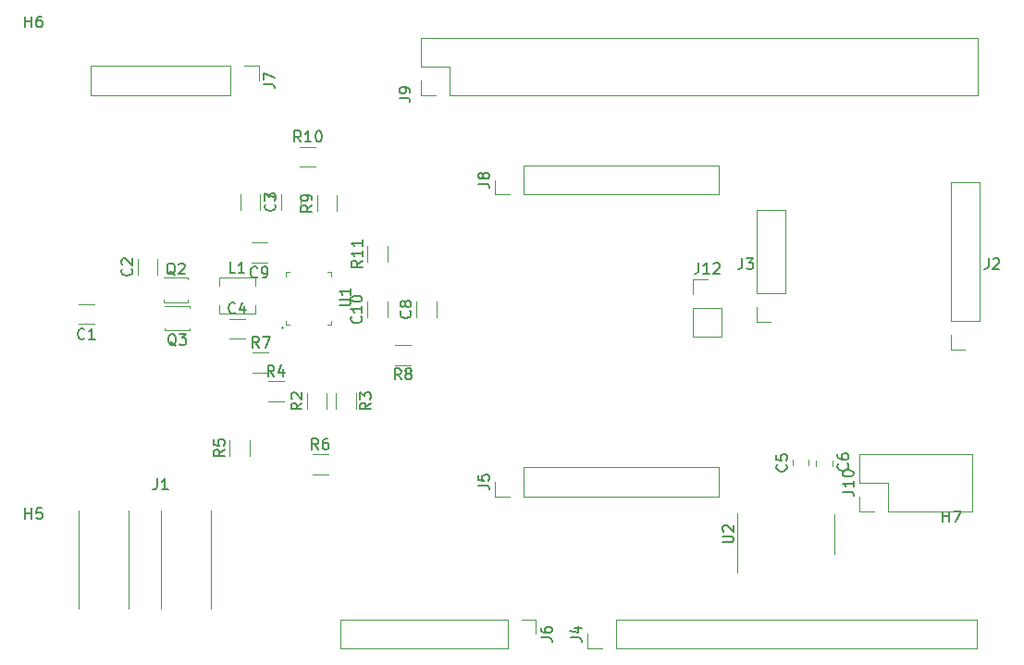
<source format=gbr>
%TF.GenerationSoftware,KiCad,Pcbnew,(5.1.9)-1*%
%TF.CreationDate,2021-03-22T02:41:59-07:00*%
%TF.ProjectId,CapstoneBoard,43617073-746f-46e6-9542-6f6172642e6b,3*%
%TF.SameCoordinates,PX4c4b400PY6bc3e40*%
%TF.FileFunction,Legend,Top*%
%TF.FilePolarity,Positive*%
%FSLAX46Y46*%
G04 Gerber Fmt 4.6, Leading zero omitted, Abs format (unit mm)*
G04 Created by KiCad (PCBNEW (5.1.9)-1) date 2021-03-22 02:41:59*
%MOMM*%
%LPD*%
G01*
G04 APERTURE LIST*
%ADD10C,0.120000*%
%ADD11C,0.150000*%
G04 APERTURE END LIST*
D10*
%TO.C,J9*%
X40463000Y51853000D02*
X40463000Y53183000D01*
X41793000Y51853000D02*
X40463000Y51853000D01*
X40463000Y54453000D02*
X40463000Y57053000D01*
X43063000Y54453000D02*
X40463000Y54453000D01*
X43063000Y51853000D02*
X43063000Y54453000D01*
X40463000Y57053000D02*
X91383000Y57053000D01*
X43063000Y51853000D02*
X91383000Y51853000D01*
X91383000Y51853000D02*
X91383000Y57053000D01*
%TO.C,J6*%
X50987000Y3840000D02*
X50987000Y2510000D01*
X49657000Y3840000D02*
X50987000Y3840000D01*
X48387000Y3840000D02*
X48387000Y1180000D01*
X48387000Y1180000D02*
X33087000Y1180000D01*
X48387000Y3840000D02*
X33087000Y3840000D01*
X33087000Y3840000D02*
X33087000Y1180000D01*
%TO.C,J8*%
X67688000Y42739000D02*
X67688000Y45399000D01*
X49848000Y42739000D02*
X67688000Y42739000D01*
X49848000Y45399000D02*
X67688000Y45399000D01*
X49848000Y42739000D02*
X49848000Y45399000D01*
X48578000Y42739000D02*
X47248000Y42739000D01*
X47248000Y42739000D02*
X47248000Y44069000D01*
%TO.C,U2*%
X78323000Y9799700D02*
X78323000Y13508300D01*
X69373000Y8129000D02*
X69373000Y13512600D01*
%TO.C,J1*%
X9140000Y13840000D02*
X9140000Y4840000D01*
X13740000Y13840000D02*
X13740000Y4840000D01*
X21240000Y13840000D02*
X21240000Y4840000D01*
X16640000Y13840000D02*
X16640000Y4840000D01*
%TO.C,J10*%
X80595000Y13753000D02*
X80595000Y15083000D01*
X81925000Y13753000D02*
X80595000Y13753000D01*
X80595000Y16353000D02*
X80595000Y18953000D01*
X83195000Y16353000D02*
X80595000Y16353000D01*
X83195000Y13753000D02*
X83195000Y16353000D01*
X80595000Y18953000D02*
X90875000Y18953000D01*
X83195000Y13753000D02*
X90875000Y13753000D01*
X90875000Y13753000D02*
X90875000Y18953000D01*
%TO.C,J7*%
X10237000Y54513000D02*
X10237000Y51853000D01*
X22997000Y54513000D02*
X10237000Y54513000D01*
X22997000Y51853000D02*
X10237000Y51853000D01*
X22997000Y54513000D02*
X22997000Y51853000D01*
X24267000Y54513000D02*
X25597000Y54513000D01*
X25597000Y54513000D02*
X25597000Y53183000D01*
%TO.C,J5*%
X67688000Y15116500D02*
X67688000Y17776500D01*
X49848000Y15116500D02*
X67688000Y15116500D01*
X49848000Y17776500D02*
X67688000Y17776500D01*
X49848000Y15116500D02*
X49848000Y17776500D01*
X48578000Y15116500D02*
X47248000Y15116500D01*
X47248000Y15116500D02*
X47248000Y16446500D01*
%TO.C,J3*%
X72490000Y31065000D02*
X71160000Y31065000D01*
X71160000Y31065000D02*
X71160000Y32395000D01*
X71160000Y33665000D02*
X71160000Y41345000D01*
X73820000Y41345000D02*
X71160000Y41345000D01*
X73820000Y33665000D02*
X73820000Y41345000D01*
X73820000Y33665000D02*
X71160000Y33665000D01*
%TO.C,J2*%
X90270000Y28525000D02*
X88940000Y28525000D01*
X88940000Y28525000D02*
X88940000Y29855000D01*
X88940000Y31125000D02*
X88940000Y43885000D01*
X91600000Y43885000D02*
X88940000Y43885000D01*
X91600000Y31125000D02*
X91600000Y43885000D01*
X91600000Y31125000D02*
X88940000Y31125000D01*
%TO.C,J12*%
X65345000Y29755000D02*
X68005000Y29755000D01*
X65345000Y32355000D02*
X65345000Y29755000D01*
X68005000Y32355000D02*
X68005000Y29755000D01*
X65345000Y32355000D02*
X68005000Y32355000D01*
X65345000Y33625000D02*
X65345000Y34955000D01*
X65345000Y34955000D02*
X66675000Y34955000D01*
%TO.C,U1*%
X32248500Y35641000D02*
X31867500Y35641000D01*
X32248500Y35260000D02*
X32248500Y35641000D01*
X31867500Y30815000D02*
X32248500Y30815000D01*
X32248500Y30815000D02*
X32248500Y31196000D01*
X28057500Y31196000D02*
X28057500Y30815000D01*
X28057500Y30815000D02*
X28438500Y30815000D01*
X28438500Y35641000D02*
X28057500Y35641000D01*
X28057500Y35641000D02*
X28057500Y35260000D01*
X27889612Y30561000D02*
G75*
G03*
X27889612Y30561000I-88900J0D01*
G01*
X27813714Y30561000D02*
G75*
G03*
X27813714Y30561000I-13002J0D01*
G01*
%TO.C,Q2*%
X16894000Y35116000D02*
X19154000Y35116000D01*
X16934000Y32896000D02*
X19154000Y32896000D01*
X16934000Y33076000D02*
X16934000Y32896000D01*
X19154000Y35116000D02*
X19154000Y34936000D01*
X19154000Y33076000D02*
X19154000Y32896000D01*
%TO.C,R11*%
X37363000Y36600936D02*
X37363000Y38055064D01*
X35543000Y36600936D02*
X35543000Y38055064D01*
%TO.C,R10*%
X29381936Y45288000D02*
X30836064Y45288000D01*
X29381936Y47108000D02*
X30836064Y47108000D01*
%TO.C,R9*%
X32763000Y41200936D02*
X32763000Y42655064D01*
X30943000Y41200936D02*
X30943000Y42655064D01*
%TO.C,R8*%
X38080936Y27127000D02*
X39535064Y27127000D01*
X38080936Y28947000D02*
X39535064Y28947000D01*
%TO.C,R7*%
X25063936Y26428500D02*
X26518064Y26428500D01*
X25063936Y28248500D02*
X26518064Y28248500D01*
%TO.C,R6*%
X30514936Y17124000D02*
X31969064Y17124000D01*
X30514936Y18944000D02*
X31969064Y18944000D01*
%TO.C,R5*%
X24786000Y18830936D02*
X24786000Y20285064D01*
X22966000Y18830936D02*
X22966000Y20285064D01*
%TO.C,R4*%
X26460936Y23825000D02*
X27915064Y23825000D01*
X26460936Y25645000D02*
X27915064Y25645000D01*
%TO.C,R3*%
X32692000Y24555064D02*
X32692000Y23100936D01*
X34512000Y24555064D02*
X34512000Y23100936D01*
%TO.C,R2*%
X31844000Y23100936D02*
X31844000Y24555064D01*
X30024000Y23100936D02*
X30024000Y24555064D01*
%TO.C,Q3*%
X19255600Y30485200D02*
X19255600Y30305200D01*
X19255600Y32525200D02*
X19255600Y32345200D01*
X17035600Y30485200D02*
X17035600Y30305200D01*
X17035600Y30305200D02*
X19255600Y30305200D01*
X16995600Y32525200D02*
X19255600Y32525200D01*
%TO.C,L1*%
X22008000Y34398000D02*
X22008000Y35122000D01*
X22008000Y35122000D02*
X25256000Y35122000D01*
X25256000Y35122000D02*
X25256000Y34398000D01*
X22008000Y32598000D02*
X22008000Y31874000D01*
X22008000Y31874000D02*
X25256000Y31874000D01*
X25256000Y31874000D02*
X25256000Y32598000D01*
%TO.C,C10*%
X37363000Y31516748D02*
X37363000Y32939252D01*
X35543000Y31516748D02*
X35543000Y32939252D01*
%TO.C,C9*%
X26364252Y38338000D02*
X24941748Y38338000D01*
X26364252Y36518000D02*
X24941748Y36518000D01*
%TO.C,C8*%
X41863000Y31516748D02*
X41863000Y32939252D01*
X40043000Y31516748D02*
X40043000Y32939252D01*
%TO.C,C7*%
X29463000Y41316748D02*
X29463000Y42739252D01*
X27643000Y41316748D02*
X27643000Y42739252D01*
%TO.C,C4*%
X22920748Y29540000D02*
X24343252Y29540000D01*
X22920748Y31360000D02*
X24343252Y31360000D01*
%TO.C,C3*%
X23943000Y42739252D02*
X23943000Y41316748D01*
X25763000Y42739252D02*
X25763000Y41316748D01*
%TO.C,C2*%
X16350500Y35390248D02*
X16350500Y36812752D01*
X14530500Y35390248D02*
X14530500Y36812752D01*
%TO.C,C1*%
X10538752Y32693500D02*
X9116248Y32693500D01*
X10538752Y30873500D02*
X9116248Y30873500D01*
%TO.C,J4*%
X55693000Y1180000D02*
X55693000Y2510000D01*
X57023000Y1180000D02*
X55693000Y1180000D01*
X58293000Y1180000D02*
X58293000Y3840000D01*
X58293000Y3840000D02*
X91373000Y3840000D01*
X58293000Y1180000D02*
X91373000Y1180000D01*
X91373000Y1180000D02*
X91373000Y3840000D01*
%TO.C,C5*%
X74459000Y17921248D02*
X74459000Y18443752D01*
X75929000Y17921248D02*
X75929000Y18443752D01*
%TO.C,C6*%
X78088000Y17899748D02*
X78088000Y18422252D01*
X76618000Y17899748D02*
X76618000Y18422252D01*
%TO.C,J9*%
D11*
X38475380Y51579667D02*
X39189666Y51579667D01*
X39332523Y51532048D01*
X39427761Y51436810D01*
X39475380Y51293953D01*
X39475380Y51198715D01*
X39475380Y52103477D02*
X39475380Y52293953D01*
X39427761Y52389191D01*
X39380142Y52436810D01*
X39237285Y52532048D01*
X39046809Y52579667D01*
X38665857Y52579667D01*
X38570619Y52532048D01*
X38523000Y52484429D01*
X38475380Y52389191D01*
X38475380Y52198715D01*
X38523000Y52103477D01*
X38570619Y52055858D01*
X38665857Y52008239D01*
X38903952Y52008239D01*
X38999190Y52055858D01*
X39046809Y52103477D01*
X39094428Y52198715D01*
X39094428Y52389191D01*
X39046809Y52484429D01*
X38999190Y52532048D01*
X38903952Y52579667D01*
%TO.C,J6*%
X51439380Y2176667D02*
X52153666Y2176667D01*
X52296523Y2129048D01*
X52391761Y2033810D01*
X52439380Y1890953D01*
X52439380Y1795715D01*
X51439380Y3081429D02*
X51439380Y2890953D01*
X51487000Y2795715D01*
X51534619Y2748096D01*
X51677476Y2652858D01*
X51867952Y2605239D01*
X52248904Y2605239D01*
X52344142Y2652858D01*
X52391761Y2700477D01*
X52439380Y2795715D01*
X52439380Y2986191D01*
X52391761Y3081429D01*
X52344142Y3129048D01*
X52248904Y3176667D01*
X52010809Y3176667D01*
X51915571Y3129048D01*
X51867952Y3081429D01*
X51820333Y2986191D01*
X51820333Y2795715D01*
X51867952Y2700477D01*
X51915571Y2652858D01*
X52010809Y2605239D01*
%TO.C,J8*%
X45700380Y43735667D02*
X46414666Y43735667D01*
X46557523Y43688048D01*
X46652761Y43592810D01*
X46700380Y43449953D01*
X46700380Y43354715D01*
X46128952Y44354715D02*
X46081333Y44259477D01*
X46033714Y44211858D01*
X45938476Y44164239D01*
X45890857Y44164239D01*
X45795619Y44211858D01*
X45748000Y44259477D01*
X45700380Y44354715D01*
X45700380Y44545191D01*
X45748000Y44640429D01*
X45795619Y44688048D01*
X45890857Y44735667D01*
X45938476Y44735667D01*
X46033714Y44688048D01*
X46081333Y44640429D01*
X46128952Y44545191D01*
X46128952Y44354715D01*
X46176571Y44259477D01*
X46224190Y44211858D01*
X46319428Y44164239D01*
X46509904Y44164239D01*
X46605142Y44211858D01*
X46652761Y44259477D01*
X46700380Y44354715D01*
X46700380Y44545191D01*
X46652761Y44640429D01*
X46605142Y44688048D01*
X46509904Y44735667D01*
X46319428Y44735667D01*
X46224190Y44688048D01*
X46176571Y44640429D01*
X46128952Y44545191D01*
%TO.C,U2*%
X68050380Y10892096D02*
X68859904Y10892096D01*
X68955142Y10939715D01*
X69002761Y10987334D01*
X69050380Y11082572D01*
X69050380Y11273048D01*
X69002761Y11368286D01*
X68955142Y11415905D01*
X68859904Y11463524D01*
X68050380Y11463524D01*
X68145619Y11892096D02*
X68098000Y11939715D01*
X68050380Y12034953D01*
X68050380Y12273048D01*
X68098000Y12368286D01*
X68145619Y12415905D01*
X68240857Y12463524D01*
X68336095Y12463524D01*
X68478952Y12415905D01*
X69050380Y11844477D01*
X69050380Y12463524D01*
%TO.C,J1*%
X16306666Y16737620D02*
X16306666Y16023334D01*
X16259047Y15880477D01*
X16163809Y15785239D01*
X16020952Y15737620D01*
X15925714Y15737620D01*
X17306666Y15737620D02*
X16735238Y15737620D01*
X17020952Y15737620D02*
X17020952Y16737620D01*
X16925714Y16594762D01*
X16830476Y16499524D01*
X16735238Y16451905D01*
%TO.C,J10*%
X79047380Y15543477D02*
X79761666Y15543477D01*
X79904523Y15495858D01*
X79999761Y15400620D01*
X80047380Y15257762D01*
X80047380Y15162524D01*
X80047380Y16543477D02*
X80047380Y15972048D01*
X80047380Y16257762D02*
X79047380Y16257762D01*
X79190238Y16162524D01*
X79285476Y16067286D01*
X79333095Y15972048D01*
X79047380Y17162524D02*
X79047380Y17257762D01*
X79095000Y17353000D01*
X79142619Y17400620D01*
X79237857Y17448239D01*
X79428333Y17495858D01*
X79666428Y17495858D01*
X79856904Y17448239D01*
X79952142Y17400620D01*
X79999761Y17353000D01*
X80047380Y17257762D01*
X80047380Y17162524D01*
X79999761Y17067286D01*
X79952142Y17019667D01*
X79856904Y16972048D01*
X79666428Y16924429D01*
X79428333Y16924429D01*
X79237857Y16972048D01*
X79142619Y17019667D01*
X79095000Y17067286D01*
X79047380Y17162524D01*
%TO.C,J7*%
X26049380Y52849667D02*
X26763666Y52849667D01*
X26906523Y52802048D01*
X27001761Y52706810D01*
X27049380Y52563953D01*
X27049380Y52468715D01*
X26049380Y53230620D02*
X26049380Y53897286D01*
X27049380Y53468715D01*
%TO.C,J5*%
X45700380Y16113167D02*
X46414666Y16113167D01*
X46557523Y16065548D01*
X46652761Y15970310D01*
X46700380Y15827453D01*
X46700380Y15732215D01*
X45700380Y17065548D02*
X45700380Y16589358D01*
X46176571Y16541739D01*
X46128952Y16589358D01*
X46081333Y16684596D01*
X46081333Y16922691D01*
X46128952Y17017929D01*
X46176571Y17065548D01*
X46271809Y17113167D01*
X46509904Y17113167D01*
X46605142Y17065548D01*
X46652761Y17017929D01*
X46700380Y16922691D01*
X46700380Y16684596D01*
X46652761Y16589358D01*
X46605142Y16541739D01*
%TO.C,J3*%
X69860666Y36909620D02*
X69860666Y36195334D01*
X69813047Y36052477D01*
X69717809Y35957239D01*
X69574952Y35909620D01*
X69479714Y35909620D01*
X70241619Y36909620D02*
X70860666Y36909620D01*
X70527333Y36528667D01*
X70670190Y36528667D01*
X70765428Y36481048D01*
X70813047Y36433429D01*
X70860666Y36338191D01*
X70860666Y36100096D01*
X70813047Y36004858D01*
X70765428Y35957239D01*
X70670190Y35909620D01*
X70384476Y35909620D01*
X70289238Y35957239D01*
X70241619Y36004858D01*
%TO.C,J2*%
X92403166Y36909620D02*
X92403166Y36195334D01*
X92355547Y36052477D01*
X92260309Y35957239D01*
X92117452Y35909620D01*
X92022214Y35909620D01*
X92831738Y36814381D02*
X92879357Y36862000D01*
X92974595Y36909620D01*
X93212690Y36909620D01*
X93307928Y36862000D01*
X93355547Y36814381D01*
X93403166Y36719143D01*
X93403166Y36623905D01*
X93355547Y36481048D01*
X92784119Y35909620D01*
X93403166Y35909620D01*
%TO.C,J12*%
X65865476Y36502620D02*
X65865476Y35788334D01*
X65817857Y35645477D01*
X65722619Y35550239D01*
X65579761Y35502620D01*
X65484523Y35502620D01*
X66865476Y35502620D02*
X66294047Y35502620D01*
X66579761Y35502620D02*
X66579761Y36502620D01*
X66484523Y36359762D01*
X66389285Y36264524D01*
X66294047Y36216905D01*
X67246428Y36407381D02*
X67294047Y36455000D01*
X67389285Y36502620D01*
X67627380Y36502620D01*
X67722619Y36455000D01*
X67770238Y36407381D01*
X67817857Y36312143D01*
X67817857Y36216905D01*
X67770238Y36074048D01*
X67198809Y35502620D01*
X67817857Y35502620D01*
%TO.C,U1*%
X33005380Y32566096D02*
X33814904Y32566096D01*
X33910142Y32613715D01*
X33957761Y32661334D01*
X34005380Y32756572D01*
X34005380Y32947048D01*
X33957761Y33042286D01*
X33910142Y33089905D01*
X33814904Y33137524D01*
X33005380Y33137524D01*
X34005380Y34137524D02*
X34005380Y33566096D01*
X34005380Y33851810D02*
X33005380Y33851810D01*
X33148238Y33756572D01*
X33243476Y33661334D01*
X33291095Y33566096D01*
%TO.C,Q2*%
X17948761Y35358381D02*
X17853523Y35406000D01*
X17758285Y35501239D01*
X17615428Y35644096D01*
X17520190Y35691715D01*
X17424952Y35691715D01*
X17472571Y35453620D02*
X17377333Y35501239D01*
X17282095Y35596477D01*
X17234476Y35786953D01*
X17234476Y36120286D01*
X17282095Y36310762D01*
X17377333Y36406000D01*
X17472571Y36453620D01*
X17663047Y36453620D01*
X17758285Y36406000D01*
X17853523Y36310762D01*
X17901142Y36120286D01*
X17901142Y35786953D01*
X17853523Y35596477D01*
X17758285Y35501239D01*
X17663047Y35453620D01*
X17472571Y35453620D01*
X18282095Y36358381D02*
X18329714Y36406000D01*
X18424952Y36453620D01*
X18663047Y36453620D01*
X18758285Y36406000D01*
X18805904Y36358381D01*
X18853523Y36263143D01*
X18853523Y36167905D01*
X18805904Y36025048D01*
X18234476Y35453620D01*
X18853523Y35453620D01*
%TO.C,R11*%
X35085380Y36685143D02*
X34609190Y36351810D01*
X35085380Y36113715D02*
X34085380Y36113715D01*
X34085380Y36494667D01*
X34133000Y36589905D01*
X34180619Y36637524D01*
X34275857Y36685143D01*
X34418714Y36685143D01*
X34513952Y36637524D01*
X34561571Y36589905D01*
X34609190Y36494667D01*
X34609190Y36113715D01*
X35085380Y37637524D02*
X35085380Y37066096D01*
X35085380Y37351810D02*
X34085380Y37351810D01*
X34228238Y37256572D01*
X34323476Y37161334D01*
X34371095Y37066096D01*
X35085380Y38589905D02*
X35085380Y38018477D01*
X35085380Y38304191D02*
X34085380Y38304191D01*
X34228238Y38208953D01*
X34323476Y38113715D01*
X34371095Y38018477D01*
%TO.C,R10*%
X29466142Y47565620D02*
X29132809Y48041810D01*
X28894714Y47565620D02*
X28894714Y48565620D01*
X29275666Y48565620D01*
X29370904Y48518000D01*
X29418523Y48470381D01*
X29466142Y48375143D01*
X29466142Y48232286D01*
X29418523Y48137048D01*
X29370904Y48089429D01*
X29275666Y48041810D01*
X28894714Y48041810D01*
X30418523Y47565620D02*
X29847095Y47565620D01*
X30132809Y47565620D02*
X30132809Y48565620D01*
X30037571Y48422762D01*
X29942333Y48327524D01*
X29847095Y48279905D01*
X31037571Y48565620D02*
X31132809Y48565620D01*
X31228047Y48518000D01*
X31275666Y48470381D01*
X31323285Y48375143D01*
X31370904Y48184667D01*
X31370904Y47946572D01*
X31323285Y47756096D01*
X31275666Y47660858D01*
X31228047Y47613239D01*
X31132809Y47565620D01*
X31037571Y47565620D01*
X30942333Y47613239D01*
X30894714Y47660858D01*
X30847095Y47756096D01*
X30799476Y47946572D01*
X30799476Y48184667D01*
X30847095Y48375143D01*
X30894714Y48470381D01*
X30942333Y48518000D01*
X31037571Y48565620D01*
%TO.C,R9*%
X30485380Y41761334D02*
X30009190Y41428000D01*
X30485380Y41189905D02*
X29485380Y41189905D01*
X29485380Y41570858D01*
X29533000Y41666096D01*
X29580619Y41713715D01*
X29675857Y41761334D01*
X29818714Y41761334D01*
X29913952Y41713715D01*
X29961571Y41666096D01*
X30009190Y41570858D01*
X30009190Y41189905D01*
X30485380Y42237524D02*
X30485380Y42428000D01*
X30437761Y42523239D01*
X30390142Y42570858D01*
X30247285Y42666096D01*
X30056809Y42713715D01*
X29675857Y42713715D01*
X29580619Y42666096D01*
X29533000Y42618477D01*
X29485380Y42523239D01*
X29485380Y42332762D01*
X29533000Y42237524D01*
X29580619Y42189905D01*
X29675857Y42142286D01*
X29913952Y42142286D01*
X30009190Y42189905D01*
X30056809Y42237524D01*
X30104428Y42332762D01*
X30104428Y42523239D01*
X30056809Y42618477D01*
X30009190Y42666096D01*
X29913952Y42713715D01*
%TO.C,R8*%
X38641333Y25806620D02*
X38308000Y26282810D01*
X38069904Y25806620D02*
X38069904Y26806620D01*
X38450857Y26806620D01*
X38546095Y26759000D01*
X38593714Y26711381D01*
X38641333Y26616143D01*
X38641333Y26473286D01*
X38593714Y26378048D01*
X38546095Y26330429D01*
X38450857Y26282810D01*
X38069904Y26282810D01*
X39212761Y26378048D02*
X39117523Y26425667D01*
X39069904Y26473286D01*
X39022285Y26568524D01*
X39022285Y26616143D01*
X39069904Y26711381D01*
X39117523Y26759000D01*
X39212761Y26806620D01*
X39403238Y26806620D01*
X39498476Y26759000D01*
X39546095Y26711381D01*
X39593714Y26616143D01*
X39593714Y26568524D01*
X39546095Y26473286D01*
X39498476Y26425667D01*
X39403238Y26378048D01*
X39212761Y26378048D01*
X39117523Y26330429D01*
X39069904Y26282810D01*
X39022285Y26187572D01*
X39022285Y25997096D01*
X39069904Y25901858D01*
X39117523Y25854239D01*
X39212761Y25806620D01*
X39403238Y25806620D01*
X39498476Y25854239D01*
X39546095Y25901858D01*
X39593714Y25997096D01*
X39593714Y26187572D01*
X39546095Y26282810D01*
X39498476Y26330429D01*
X39403238Y26378048D01*
%TO.C,R7*%
X25624333Y28706120D02*
X25291000Y29182310D01*
X25052904Y28706120D02*
X25052904Y29706120D01*
X25433857Y29706120D01*
X25529095Y29658500D01*
X25576714Y29610881D01*
X25624333Y29515643D01*
X25624333Y29372786D01*
X25576714Y29277548D01*
X25529095Y29229929D01*
X25433857Y29182310D01*
X25052904Y29182310D01*
X25957666Y29706120D02*
X26624333Y29706120D01*
X26195761Y28706120D01*
%TO.C,R6*%
X31075333Y19401620D02*
X30742000Y19877810D01*
X30503904Y19401620D02*
X30503904Y20401620D01*
X30884857Y20401620D01*
X30980095Y20354000D01*
X31027714Y20306381D01*
X31075333Y20211143D01*
X31075333Y20068286D01*
X31027714Y19973048D01*
X30980095Y19925429D01*
X30884857Y19877810D01*
X30503904Y19877810D01*
X31932476Y20401620D02*
X31742000Y20401620D01*
X31646761Y20354000D01*
X31599142Y20306381D01*
X31503904Y20163524D01*
X31456285Y19973048D01*
X31456285Y19592096D01*
X31503904Y19496858D01*
X31551523Y19449239D01*
X31646761Y19401620D01*
X31837238Y19401620D01*
X31932476Y19449239D01*
X31980095Y19496858D01*
X32027714Y19592096D01*
X32027714Y19830191D01*
X31980095Y19925429D01*
X31932476Y19973048D01*
X31837238Y20020667D01*
X31646761Y20020667D01*
X31551523Y19973048D01*
X31503904Y19925429D01*
X31456285Y19830191D01*
%TO.C,R5*%
X22508380Y19391334D02*
X22032190Y19058000D01*
X22508380Y18819905D02*
X21508380Y18819905D01*
X21508380Y19200858D01*
X21556000Y19296096D01*
X21603619Y19343715D01*
X21698857Y19391334D01*
X21841714Y19391334D01*
X21936952Y19343715D01*
X21984571Y19296096D01*
X22032190Y19200858D01*
X22032190Y18819905D01*
X21508380Y20296096D02*
X21508380Y19819905D01*
X21984571Y19772286D01*
X21936952Y19819905D01*
X21889333Y19915143D01*
X21889333Y20153239D01*
X21936952Y20248477D01*
X21984571Y20296096D01*
X22079809Y20343715D01*
X22317904Y20343715D01*
X22413142Y20296096D01*
X22460761Y20248477D01*
X22508380Y20153239D01*
X22508380Y19915143D01*
X22460761Y19819905D01*
X22413142Y19772286D01*
%TO.C,R4*%
X27021333Y26102620D02*
X26688000Y26578810D01*
X26449904Y26102620D02*
X26449904Y27102620D01*
X26830857Y27102620D01*
X26926095Y27055000D01*
X26973714Y27007381D01*
X27021333Y26912143D01*
X27021333Y26769286D01*
X26973714Y26674048D01*
X26926095Y26626429D01*
X26830857Y26578810D01*
X26449904Y26578810D01*
X27878476Y26769286D02*
X27878476Y26102620D01*
X27640380Y27150239D02*
X27402285Y26435953D01*
X28021333Y26435953D01*
%TO.C,R3*%
X35874380Y23661334D02*
X35398190Y23328000D01*
X35874380Y23089905D02*
X34874380Y23089905D01*
X34874380Y23470858D01*
X34922000Y23566096D01*
X34969619Y23613715D01*
X35064857Y23661334D01*
X35207714Y23661334D01*
X35302952Y23613715D01*
X35350571Y23566096D01*
X35398190Y23470858D01*
X35398190Y23089905D01*
X34874380Y23994667D02*
X34874380Y24613715D01*
X35255333Y24280381D01*
X35255333Y24423239D01*
X35302952Y24518477D01*
X35350571Y24566096D01*
X35445809Y24613715D01*
X35683904Y24613715D01*
X35779142Y24566096D01*
X35826761Y24518477D01*
X35874380Y24423239D01*
X35874380Y24137524D01*
X35826761Y24042286D01*
X35779142Y23994667D01*
%TO.C,R2*%
X29566380Y23661334D02*
X29090190Y23328000D01*
X29566380Y23089905D02*
X28566380Y23089905D01*
X28566380Y23470858D01*
X28614000Y23566096D01*
X28661619Y23613715D01*
X28756857Y23661334D01*
X28899714Y23661334D01*
X28994952Y23613715D01*
X29042571Y23566096D01*
X29090190Y23470858D01*
X29090190Y23089905D01*
X28661619Y24042286D02*
X28614000Y24089905D01*
X28566380Y24185143D01*
X28566380Y24423239D01*
X28614000Y24518477D01*
X28661619Y24566096D01*
X28756857Y24613715D01*
X28852095Y24613715D01*
X28994952Y24566096D01*
X29566380Y23994667D01*
X29566380Y24613715D01*
%TO.C,Q3*%
X18050361Y28886381D02*
X17955123Y28934000D01*
X17859885Y29029239D01*
X17717028Y29172096D01*
X17621790Y29219715D01*
X17526552Y29219715D01*
X17574171Y28981620D02*
X17478933Y29029239D01*
X17383695Y29124477D01*
X17336076Y29314953D01*
X17336076Y29648286D01*
X17383695Y29838762D01*
X17478933Y29934000D01*
X17574171Y29981620D01*
X17764647Y29981620D01*
X17859885Y29934000D01*
X17955123Y29838762D01*
X18002742Y29648286D01*
X18002742Y29314953D01*
X17955123Y29124477D01*
X17859885Y29029239D01*
X17764647Y28981620D01*
X17574171Y28981620D01*
X18336076Y29981620D02*
X18955123Y29981620D01*
X18621790Y29600667D01*
X18764647Y29600667D01*
X18859885Y29553048D01*
X18907504Y29505429D01*
X18955123Y29410191D01*
X18955123Y29172096D01*
X18907504Y29076858D01*
X18859885Y29029239D01*
X18764647Y28981620D01*
X18478933Y28981620D01*
X18383695Y29029239D01*
X18336076Y29076858D01*
%TO.C,L1*%
X23465333Y35569620D02*
X22989142Y35569620D01*
X22989142Y36569620D01*
X24322476Y35569620D02*
X23751047Y35569620D01*
X24036761Y35569620D02*
X24036761Y36569620D01*
X23941523Y36426762D01*
X23846285Y36331524D01*
X23751047Y36283905D01*
%TO.C,C10*%
X34960142Y31585143D02*
X35007761Y31537524D01*
X35055380Y31394667D01*
X35055380Y31299429D01*
X35007761Y31156572D01*
X34912523Y31061334D01*
X34817285Y31013715D01*
X34626809Y30966096D01*
X34483952Y30966096D01*
X34293476Y31013715D01*
X34198238Y31061334D01*
X34103000Y31156572D01*
X34055380Y31299429D01*
X34055380Y31394667D01*
X34103000Y31537524D01*
X34150619Y31585143D01*
X35055380Y32537524D02*
X35055380Y31966096D01*
X35055380Y32251810D02*
X34055380Y32251810D01*
X34198238Y32156572D01*
X34293476Y32061334D01*
X34341095Y31966096D01*
X34055380Y33156572D02*
X34055380Y33251810D01*
X34103000Y33347048D01*
X34150619Y33394667D01*
X34245857Y33442286D01*
X34436333Y33489905D01*
X34674428Y33489905D01*
X34864904Y33442286D01*
X34960142Y33394667D01*
X35007761Y33347048D01*
X35055380Y33251810D01*
X35055380Y33156572D01*
X35007761Y33061334D01*
X34960142Y33013715D01*
X34864904Y32966096D01*
X34674428Y32918477D01*
X34436333Y32918477D01*
X34245857Y32966096D01*
X34150619Y33013715D01*
X34103000Y33061334D01*
X34055380Y33156572D01*
%TO.C,C9*%
X25486333Y35220858D02*
X25438714Y35173239D01*
X25295857Y35125620D01*
X25200619Y35125620D01*
X25057761Y35173239D01*
X24962523Y35268477D01*
X24914904Y35363715D01*
X24867285Y35554191D01*
X24867285Y35697048D01*
X24914904Y35887524D01*
X24962523Y35982762D01*
X25057761Y36078000D01*
X25200619Y36125620D01*
X25295857Y36125620D01*
X25438714Y36078000D01*
X25486333Y36030381D01*
X25962523Y35125620D02*
X26153000Y35125620D01*
X26248238Y35173239D01*
X26295857Y35220858D01*
X26391095Y35363715D01*
X26438714Y35554191D01*
X26438714Y35935143D01*
X26391095Y36030381D01*
X26343476Y36078000D01*
X26248238Y36125620D01*
X26057761Y36125620D01*
X25962523Y36078000D01*
X25914904Y36030381D01*
X25867285Y35935143D01*
X25867285Y35697048D01*
X25914904Y35601810D01*
X25962523Y35554191D01*
X26057761Y35506572D01*
X26248238Y35506572D01*
X26343476Y35554191D01*
X26391095Y35601810D01*
X26438714Y35697048D01*
%TO.C,C8*%
X39460142Y32061334D02*
X39507761Y32013715D01*
X39555380Y31870858D01*
X39555380Y31775620D01*
X39507761Y31632762D01*
X39412523Y31537524D01*
X39317285Y31489905D01*
X39126809Y31442286D01*
X38983952Y31442286D01*
X38793476Y31489905D01*
X38698238Y31537524D01*
X38603000Y31632762D01*
X38555380Y31775620D01*
X38555380Y31870858D01*
X38603000Y32013715D01*
X38650619Y32061334D01*
X38983952Y32632762D02*
X38936333Y32537524D01*
X38888714Y32489905D01*
X38793476Y32442286D01*
X38745857Y32442286D01*
X38650619Y32489905D01*
X38603000Y32537524D01*
X38555380Y32632762D01*
X38555380Y32823239D01*
X38603000Y32918477D01*
X38650619Y32966096D01*
X38745857Y33013715D01*
X38793476Y33013715D01*
X38888714Y32966096D01*
X38936333Y32918477D01*
X38983952Y32823239D01*
X38983952Y32632762D01*
X39031571Y32537524D01*
X39079190Y32489905D01*
X39174428Y32442286D01*
X39364904Y32442286D01*
X39460142Y32489905D01*
X39507761Y32537524D01*
X39555380Y32632762D01*
X39555380Y32823239D01*
X39507761Y32918477D01*
X39460142Y32966096D01*
X39364904Y33013715D01*
X39174428Y33013715D01*
X39079190Y32966096D01*
X39031571Y32918477D01*
X38983952Y32823239D01*
%TO.C,C7*%
X27060142Y41861334D02*
X27107761Y41813715D01*
X27155380Y41670858D01*
X27155380Y41575620D01*
X27107761Y41432762D01*
X27012523Y41337524D01*
X26917285Y41289905D01*
X26726809Y41242286D01*
X26583952Y41242286D01*
X26393476Y41289905D01*
X26298238Y41337524D01*
X26203000Y41432762D01*
X26155380Y41575620D01*
X26155380Y41670858D01*
X26203000Y41813715D01*
X26250619Y41861334D01*
X26155380Y42194667D02*
X26155380Y42861334D01*
X27155380Y42432762D01*
%TO.C,C4*%
X23465333Y31942858D02*
X23417714Y31895239D01*
X23274857Y31847620D01*
X23179619Y31847620D01*
X23036761Y31895239D01*
X22941523Y31990477D01*
X22893904Y32085715D01*
X22846285Y32276191D01*
X22846285Y32419048D01*
X22893904Y32609524D01*
X22941523Y32704762D01*
X23036761Y32800000D01*
X23179619Y32847620D01*
X23274857Y32847620D01*
X23417714Y32800000D01*
X23465333Y32752381D01*
X24322476Y32514286D02*
X24322476Y31847620D01*
X24084380Y32895239D02*
X23846285Y32180953D01*
X24465333Y32180953D01*
%TO.C,C3*%
X27060142Y41861334D02*
X27107761Y41813715D01*
X27155380Y41670858D01*
X27155380Y41575620D01*
X27107761Y41432762D01*
X27012523Y41337524D01*
X26917285Y41289905D01*
X26726809Y41242286D01*
X26583952Y41242286D01*
X26393476Y41289905D01*
X26298238Y41337524D01*
X26203000Y41432762D01*
X26155380Y41575620D01*
X26155380Y41670858D01*
X26203000Y41813715D01*
X26250619Y41861334D01*
X26155380Y42194667D02*
X26155380Y42813715D01*
X26536333Y42480381D01*
X26536333Y42623239D01*
X26583952Y42718477D01*
X26631571Y42766096D01*
X26726809Y42813715D01*
X26964904Y42813715D01*
X27060142Y42766096D01*
X27107761Y42718477D01*
X27155380Y42623239D01*
X27155380Y42337524D01*
X27107761Y42242286D01*
X27060142Y42194667D01*
%TO.C,C2*%
X13947642Y35934834D02*
X13995261Y35887215D01*
X14042880Y35744358D01*
X14042880Y35649120D01*
X13995261Y35506262D01*
X13900023Y35411024D01*
X13804785Y35363405D01*
X13614309Y35315786D01*
X13471452Y35315786D01*
X13280976Y35363405D01*
X13185738Y35411024D01*
X13090500Y35506262D01*
X13042880Y35649120D01*
X13042880Y35744358D01*
X13090500Y35887215D01*
X13138119Y35934834D01*
X13138119Y36315786D02*
X13090500Y36363405D01*
X13042880Y36458643D01*
X13042880Y36696739D01*
X13090500Y36791977D01*
X13138119Y36839596D01*
X13233357Y36887215D01*
X13328595Y36887215D01*
X13471452Y36839596D01*
X14042880Y36268167D01*
X14042880Y36887215D01*
%TO.C,C1*%
X9660833Y29576358D02*
X9613214Y29528739D01*
X9470357Y29481120D01*
X9375119Y29481120D01*
X9232261Y29528739D01*
X9137023Y29623977D01*
X9089404Y29719215D01*
X9041785Y29909691D01*
X9041785Y30052548D01*
X9089404Y30243024D01*
X9137023Y30338262D01*
X9232261Y30433500D01*
X9375119Y30481120D01*
X9470357Y30481120D01*
X9613214Y30433500D01*
X9660833Y30385881D01*
X10613214Y29481120D02*
X10041785Y29481120D01*
X10327500Y29481120D02*
X10327500Y30481120D01*
X10232261Y30338262D01*
X10137023Y30243024D01*
X10041785Y30195405D01*
%TO.C,J4*%
X54145380Y2176667D02*
X54859666Y2176667D01*
X55002523Y2129048D01*
X55097761Y2033810D01*
X55145380Y1890953D01*
X55145380Y1795715D01*
X54478714Y3081429D02*
X55145380Y3081429D01*
X54097761Y2843334D02*
X54812047Y2605239D01*
X54812047Y3224286D01*
%TO.C,H7*%
X88238095Y12763620D02*
X88238095Y13763620D01*
X88238095Y13287429D02*
X88809523Y13287429D01*
X88809523Y12763620D02*
X88809523Y13763620D01*
X89190476Y13763620D02*
X89857142Y13763620D01*
X89428571Y12763620D01*
%TO.C,H6*%
X4238095Y58047620D02*
X4238095Y59047620D01*
X4238095Y58571429D02*
X4809523Y58571429D01*
X4809523Y58047620D02*
X4809523Y59047620D01*
X5714285Y59047620D02*
X5523809Y59047620D01*
X5428571Y59000000D01*
X5380952Y58952381D01*
X5285714Y58809524D01*
X5238095Y58619048D01*
X5238095Y58238096D01*
X5285714Y58142858D01*
X5333333Y58095239D01*
X5428571Y58047620D01*
X5619047Y58047620D01*
X5714285Y58095239D01*
X5761904Y58142858D01*
X5809523Y58238096D01*
X5809523Y58476191D01*
X5761904Y58571429D01*
X5714285Y58619048D01*
X5619047Y58666667D01*
X5428571Y58666667D01*
X5333333Y58619048D01*
X5285714Y58571429D01*
X5238095Y58476191D01*
%TO.C,C5*%
X73871142Y18015834D02*
X73918761Y17968215D01*
X73966380Y17825358D01*
X73966380Y17730120D01*
X73918761Y17587262D01*
X73823523Y17492024D01*
X73728285Y17444405D01*
X73537809Y17396786D01*
X73394952Y17396786D01*
X73204476Y17444405D01*
X73109238Y17492024D01*
X73014000Y17587262D01*
X72966380Y17730120D01*
X72966380Y17825358D01*
X73014000Y17968215D01*
X73061619Y18015834D01*
X72966380Y18920596D02*
X72966380Y18444405D01*
X73442571Y18396786D01*
X73394952Y18444405D01*
X73347333Y18539643D01*
X73347333Y18777739D01*
X73394952Y18872977D01*
X73442571Y18920596D01*
X73537809Y18968215D01*
X73775904Y18968215D01*
X73871142Y18920596D01*
X73918761Y18872977D01*
X73966380Y18777739D01*
X73966380Y18539643D01*
X73918761Y18444405D01*
X73871142Y18396786D01*
%TO.C,C6*%
X79488142Y18099834D02*
X79535761Y18052215D01*
X79583380Y17909358D01*
X79583380Y17814120D01*
X79535761Y17671262D01*
X79440523Y17576024D01*
X79345285Y17528405D01*
X79154809Y17480786D01*
X79011952Y17480786D01*
X78821476Y17528405D01*
X78726238Y17576024D01*
X78631000Y17671262D01*
X78583380Y17814120D01*
X78583380Y17909358D01*
X78631000Y18052215D01*
X78678619Y18099834D01*
X78583380Y18956977D02*
X78583380Y18766500D01*
X78631000Y18671262D01*
X78678619Y18623643D01*
X78821476Y18528405D01*
X79011952Y18480786D01*
X79392904Y18480786D01*
X79488142Y18528405D01*
X79535761Y18576024D01*
X79583380Y18671262D01*
X79583380Y18861739D01*
X79535761Y18956977D01*
X79488142Y19004596D01*
X79392904Y19052215D01*
X79154809Y19052215D01*
X79059571Y19004596D01*
X79011952Y18956977D01*
X78964333Y18861739D01*
X78964333Y18671262D01*
X79011952Y18576024D01*
X79059571Y18528405D01*
X79154809Y18480786D01*
%TO.C,H5*%
X4238095Y13047620D02*
X4238095Y14047620D01*
X4238095Y13571429D02*
X4809523Y13571429D01*
X4809523Y13047620D02*
X4809523Y14047620D01*
X5761904Y14047620D02*
X5285714Y14047620D01*
X5238095Y13571429D01*
X5285714Y13619048D01*
X5380952Y13666667D01*
X5619047Y13666667D01*
X5714285Y13619048D01*
X5761904Y13571429D01*
X5809523Y13476191D01*
X5809523Y13238096D01*
X5761904Y13142858D01*
X5714285Y13095239D01*
X5619047Y13047620D01*
X5380952Y13047620D01*
X5285714Y13095239D01*
X5238095Y13142858D01*
%TD*%
M02*

</source>
